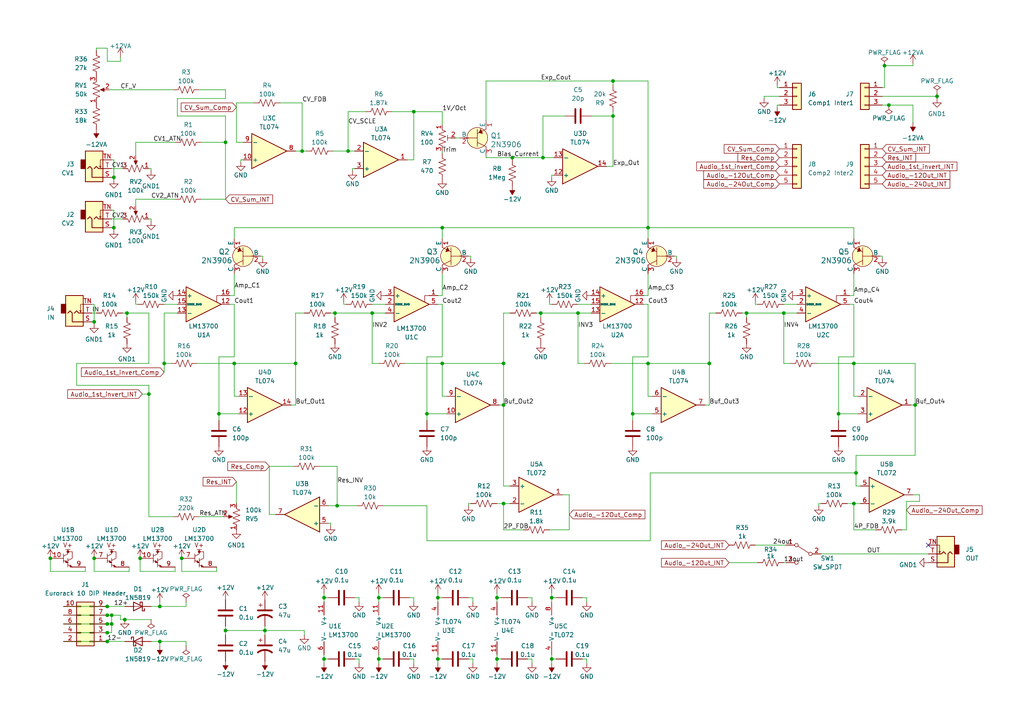
<source format=kicad_sch>
(kicad_sch (version 20230121) (generator eeschema)
  (paper "A4")
  (title_block (title "VCF") (date "2022-10-30") (rev "0.1") (company "Josh Turnipseed"))
  (junction (at 31.115 175.895))
  (junction (at 148.59 45.72))
  (junction (at 146.05 117.475))
  (junction (at 63.5 120.015))
  (junction (at 47.625 105.41))
  (junction (at 144.145 191.135))
  (junction (at 31.115 178.435))
  (junction (at 93.98 173.355))
  (junction (at 97.155 90.805))
  (junction (at 271.78 27.94))
  (junction (at 36.83 90.805))
  (junction (at 40.64 161.925))
  (junction (at 85.725 105.41))
  (junction (at 27.305 93.345))
  (junction (at 146.05 146.05))
  (junction (at 128.27 105.41))
  (junction (at 120.015 32.385))
  (junction (at 144.145 173.355))
  (junction (at 167.64 90.805))
  (junction (at 187.96 66.04))
  (junction (at 227.33 90.805))
  (junction (at 14.605 161.925))
  (junction (at 248.285 137.16))
  (junction (at 160.02 191.135))
  (junction (at 87.63 43.815))
  (junction (at 187.96 105.41))
  (junction (at 107.95 90.805))
  (junction (at 177.8 23.495))
  (junction (at 109.855 191.135))
  (junction (at 160.02 173.355))
  (junction (at 156.845 90.805))
  (junction (at 32.385 178.435))
  (junction (at 43.18 114.3))
  (junction (at 177.8 33.655))
  (junction (at 128.27 66.04))
  (junction (at 76.835 182.88))
  (junction (at 46.355 175.895))
  (junction (at 67.945 105.41))
  (junction (at 247.65 146.05))
  (junction (at 31.115 186.055))
  (junction (at 65.405 182.88))
  (junction (at 27.305 161.925))
  (junction (at 243.205 120.015))
  (junction (at 157.48 45.72))
  (junction (at 52.705 161.925))
  (junction (at 97.79 146.685))
  (junction (at 265.43 117.475))
  (junction (at 33.02 51.435))
  (junction (at 256.54 19.05))
  (junction (at 33.02 66.04))
  (junction (at 216.535 90.805))
  (junction (at 46.355 186.055))
  (junction (at 100.965 43.815))
  (junction (at 146.05 105.41))
  (junction (at 109.855 173.355))
  (junction (at 127 173.355))
  (junction (at 65.405 41.275))
  (junction (at 31.115 183.515))
  (junction (at 32.385 180.975))
  (junction (at 205.74 105.41))
  (junction (at 123.825 120.015))
  (junction (at 31.115 180.975))
  (junction (at 183.515 120.015))
  (junction (at 36.195 179.705))
  (junction (at 127 191.135))
  (junction (at 247.65 105.41))
  (junction (at 257.81 30.48))
  (junction (at 93.98 191.135))
  (no_connect (at 269.24 158.115))
  (wire (pts (xy 188.595 137.16) (xy 248.285 137.16)))
  (wire (pts (xy 62.865 165.735) (xy 62.865 164.465)))
  (wire (pts (xy 26.67 88.265) (xy 27.305 88.265)))
  (wire (pts (xy 255.905 27.94) (xy 271.78 27.94)))
  (wire (pts (xy 160.02 173.355) (xy 161.29 173.355)))
  (wire (pts (xy 160.655 45.72) (xy 157.48 45.72)))
  (wire (pts (xy 256.54 25.4) (xy 255.905 25.4)))
  (wire (pts (xy 78.105 149.225) (xy 78.105 135.255)))
  (wire (pts (xy 47.625 105.41) (xy 49.53 105.41)))
  (wire (pts (xy 76.835 181.61) (xy 76.835 182.88)))
  (wire (pts (xy 135.89 173.355) (xy 137.16 173.355)))
  (wire (pts (xy 265.43 105.41) (xy 265.43 117.475)))
  (wire (pts (xy 76.835 182.88) (xy 76.835 184.15)))
  (wire (pts (xy 155.575 90.805) (xy 156.845 90.805)))
  (wire (pts (xy 128.27 105.41) (xy 128.27 114.935)))
  (wire (pts (xy 69.85 46.355) (xy 69.85 46.99)))
  (wire (pts (xy 256.54 19.05) (xy 264.795 19.05)))
  (wire (pts (xy 127 85.725) (xy 128.27 85.725)))
  (wire (pts (xy 85.725 117.475) (xy 84.455 117.475)))
  (wire (pts (xy 137.16 173.355) (xy 137.16 174.625)))
  (wire (pts (xy 163.195 143.51) (xy 165.1 143.51)))
  (wire (pts (xy 255.905 74.295) (xy 255.27 74.295)))
  (wire (pts (xy 157.48 33.655) (xy 157.48 45.72)))
  (wire (pts (xy 73.66 29.845) (xy 68.58 29.845)))
  (wire (pts (xy 76.2 74.93) (xy 76.2 74.295)))
  (wire (pts (xy 93.98 173.355) (xy 95.25 173.355)))
  (wire (pts (xy 127 88.265) (xy 128.27 88.265)))
  (wire (pts (xy 187.96 103.505) (xy 183.515 103.505)))
  (wire (pts (xy 96.52 43.815) (xy 100.965 43.815)))
  (wire (pts (xy 183.515 120.015) (xy 183.515 121.92)))
  (wire (pts (xy 175.895 48.26) (xy 177.8 48.26)))
  (wire (pts (xy 87.63 29.845) (xy 81.28 29.845)))
  (wire (pts (xy 39.37 57.785) (xy 39.37 59.69)))
  (wire (pts (xy 120.015 191.135) (xy 120.015 192.405)))
  (wire (pts (xy 187.96 85.725) (xy 187.96 79.375)))
  (wire (pts (xy 144.145 189.865) (xy 144.145 191.135)))
  (wire (pts (xy 97.155 90.805) (xy 107.95 90.805)))
  (wire (pts (xy 43.18 114.3) (xy 43.18 111.76)))
  (wire (pts (xy 51.435 33.655) (xy 65.405 33.655)))
  (wire (pts (xy 123.825 103.505) (xy 123.825 120.015)))
  (wire (pts (xy 107.95 90.805) (xy 107.95 105.41)))
  (wire (pts (xy 107.95 90.805) (xy 111.76 90.805)))
  (wire (pts (xy 37.465 165.735) (xy 37.465 164.465)))
  (wire (pts (xy 249.555 146.05) (xy 247.65 146.05)))
  (wire (pts (xy 26.67 93.345) (xy 27.305 93.345)))
  (wire (pts (xy 264.795 143.51) (xy 266.7 143.51)))
  (wire (pts (xy 69.215 114.935) (xy 67.945 114.935)))
  (wire (pts (xy 137.16 191.135) (xy 137.16 192.405)))
  (wire (pts (xy 68.58 41.275) (xy 70.485 41.275)))
  (wire (pts (xy 31.75 26.035) (xy 50.165 26.035)))
  (wire (pts (xy 14.605 165.735) (xy 24.765 165.735)))
  (wire (pts (xy 39.37 88.265) (xy 39.37 87.63)))
  (wire (pts (xy 63.5 120.015) (xy 63.5 121.92)))
  (wire (pts (xy 78.105 135.255) (xy 85.09 135.255)))
  (wire (pts (xy 132.08 40.005) (xy 133.35 40.005)))
  (wire (pts (xy 196.215 74.295) (xy 195.58 74.295)))
  (wire (pts (xy 188.595 137.16) (xy 188.595 156.845)))
  (wire (pts (xy 31.115 186.055) (xy 36.195 186.055)))
  (wire (pts (xy 247.65 85.725) (xy 247.65 79.375)))
  (wire (pts (xy 135.89 191.135) (xy 137.16 191.135)))
  (wire (pts (xy 189.23 120.015) (xy 183.515 120.015)))
  (wire (pts (xy 24.765 165.735) (xy 24.765 164.465)))
  (wire (pts (xy 46.355 186.055) (xy 46.355 187.325)))
  (wire (pts (xy 136.525 74.93) (xy 136.525 74.295)))
  (wire (pts (xy 256.54 19.05) (xy 256.54 25.4)))
  (wire (pts (xy 127 191.135) (xy 128.27 191.135)))
  (wire (pts (xy 65.405 28.575) (xy 51.435 28.575)))
  (wire (pts (xy 187.96 105.41) (xy 187.96 114.935)))
  (wire (pts (xy 128.27 32.385) (xy 120.015 32.385)))
  (wire (pts (xy 136.525 146.05) (xy 135.89 146.05)))
  (wire (pts (xy 165.1 153.67) (xy 159.385 153.67)))
  (wire (pts (xy 187.96 105.41) (xy 205.74 105.41)))
  (wire (pts (xy 65.405 181.61) (xy 65.405 182.88)))
  (wire (pts (xy 177.8 33.655) (xy 171.45 33.655)))
  (wire (pts (xy 153.035 191.135) (xy 154.305 191.135)))
  (wire (pts (xy 120.015 32.385) (xy 113.665 32.385)))
  (wire (pts (xy 160.02 172.085) (xy 160.02 173.355)))
  (wire (pts (xy 118.11 46.355) (xy 120.015 46.355)))
  (wire (pts (xy 66.675 88.265) (xy 67.945 88.265)))
  (wire (pts (xy 128.27 85.725) (xy 128.27 79.375)))
  (wire (pts (xy 27.305 165.735) (xy 37.465 165.735)))
  (wire (pts (xy 22.225 111.76) (xy 22.225 105.41)))
  (wire (pts (xy 120.015 173.355) (xy 120.015 174.625)))
  (wire (pts (xy 88.265 184.15) (xy 88.265 182.88)))
  (wire (pts (xy 109.855 191.135) (xy 109.855 192.405)))
  (wire (pts (xy 43.815 48.895) (xy 43.815 49.53)))
  (wire (pts (xy 248.285 140.97) (xy 248.285 137.16)))
  (wire (pts (xy 227.33 163.195) (xy 227.965 163.195)))
  (wire (pts (xy 227.33 88.265) (xy 231.14 88.265)))
  (wire (pts (xy 14.605 161.925) (xy 14.605 165.735)))
  (wire (pts (xy 31.115 180.975) (xy 32.385 180.975)))
  (wire (pts (xy 135.89 146.05) (xy 135.89 146.685)))
  (wire (pts (xy 247.65 88.265) (xy 247.65 103.505)))
  (wire (pts (xy 34.925 178.435) (xy 34.925 179.705)))
  (wire (pts (xy 160.02 50.8) (xy 160.02 51.435)))
  (wire (pts (xy 102.87 191.135) (xy 104.14 191.135)))
  (wire (pts (xy 85.725 105.41) (xy 85.725 117.475)))
  (wire (pts (xy 177.165 105.41) (xy 187.96 105.41)))
  (wire (pts (xy 47.625 105.41) (xy 47.625 107.95)))
  (wire (pts (xy 144.145 173.355) (xy 144.145 174.625)))
  (wire (pts (xy 102.87 48.895) (xy 102.235 48.895)))
  (wire (pts (xy 146.05 153.67) (xy 151.765 153.67)))
  (wire (pts (xy 196.215 74.93) (xy 196.215 74.295)))
  (wire (pts (xy 146.05 140.97) (xy 146.05 117.475)))
  (wire (pts (xy 80.01 149.225) (xy 78.105 149.225)))
  (wire (pts (xy 247.65 103.505) (xy 243.205 103.505)))
  (wire (pts (xy 123.825 156.845) (xy 188.595 156.845)))
  (wire (pts (xy 88.265 182.88) (xy 76.835 182.88)))
  (wire (pts (xy 265.43 117.475) (xy 264.16 117.475)))
  (wire (pts (xy 123.825 146.685) (xy 123.825 156.845)))
  (wire (pts (xy 160.02 173.355) (xy 160.02 174.625)))
  (wire (pts (xy 57.785 26.035) (xy 65.405 26.035)))
  (wire (pts (xy 18.415 186.055) (xy 31.115 186.055)))
  (wire (pts (xy 100.33 88.265) (xy 99.695 88.265)))
  (wire (pts (xy 140.97 23.495) (xy 177.8 23.495)))
  (wire (pts (xy 262.89 145.415) (xy 262.89 153.67)))
  (wire (pts (xy 186.69 85.725) (xy 187.96 85.725)))
  (wire (pts (xy 187.96 88.265) (xy 187.96 103.505)))
  (wire (pts (xy 238.125 160.655) (xy 269.24 160.655)))
  (wire (pts (xy 156.845 90.805) (xy 156.845 92.075)))
  (wire (pts (xy 243.205 103.505) (xy 243.205 120.015)))
  (wire (pts (xy 248.92 114.935) (xy 247.65 114.935)))
  (wire (pts (xy 67.945 66.04) (xy 128.27 66.04)))
  (wire (pts (xy 248.285 132.08) (xy 265.43 132.08)))
  (wire (pts (xy 46.355 175.895) (xy 53.975 175.895)))
  (wire (pts (xy 262.89 145.415) (xy 266.7 145.415)))
  (wire (pts (xy 146.05 146.05) (xy 146.05 153.67)))
  (wire (pts (xy 93.98 191.135) (xy 93.98 192.405)))
  (wire (pts (xy 109.855 173.355) (xy 109.855 174.625)))
  (wire (pts (xy 154.305 191.135) (xy 154.305 192.405)))
  (wire (pts (xy 127 173.355) (xy 128.27 173.355)))
  (wire (pts (xy 26.67 90.805) (xy 27.94 90.805)))
  (wire (pts (xy 170.18 191.135) (xy 170.18 192.405)))
  (wire (pts (xy 167.64 90.805) (xy 167.64 105.41)))
  (wire (pts (xy 31.115 183.515) (xy 32.385 183.515)))
  (wire (pts (xy 43.18 105.41) (xy 43.18 90.805)))
  (wire (pts (xy 92.71 135.255) (xy 97.79 135.255)))
  (wire (pts (xy 100.965 43.815) (xy 102.87 43.815)))
  (wire (pts (xy 128.27 88.265) (xy 128.27 103.505)))
  (wire (pts (xy 97.79 135.255) (xy 97.79 146.685)))
  (wire (pts (xy 32.385 180.975) (xy 32.385 178.435)))
  (wire (pts (xy 157.48 45.72) (xy 148.59 45.72)))
  (wire (pts (xy 129.54 120.015) (xy 123.825 120.015)))
  (wire (pts (xy 50.8 41.275) (xy 39.37 41.275)))
  (wire (pts (xy 95.885 90.805) (xy 97.155 90.805)))
  (wire (pts (xy 118.745 173.355) (xy 120.015 173.355)))
  (wire (pts (xy 140.97 45.72) (xy 140.97 45.085)))
  (wire (pts (xy 247.65 105.41) (xy 247.65 114.935)))
  (wire (pts (xy 33.02 46.355) (xy 33.02 51.435)))
  (wire (pts (xy 87.63 43.815) (xy 88.9 43.815)))
  (wire (pts (xy 146.05 146.05) (xy 147.955 146.05)))
  (wire (pts (xy 207.645 90.805) (xy 205.74 90.805)))
  (wire (pts (xy 136.525 74.295) (xy 135.89 74.295)))
  (wire (pts (xy 261.62 153.67) (xy 262.89 153.67)))
  (wire (pts (xy 43.18 48.895) (xy 43.815 48.895)))
  (wire (pts (xy 249.555 140.97) (xy 248.285 140.97)))
  (wire (pts (xy 168.91 173.355) (xy 170.18 173.355)))
  (wire (pts (xy 99.695 88.265) (xy 99.695 87.63)))
  (wire (pts (xy 47.625 90.805) (xy 51.435 90.805)))
  (wire (pts (xy 187.96 23.495) (xy 187.96 66.04)))
  (wire (pts (xy 32.385 183.515) (xy 32.385 180.975)))
  (wire (pts (xy 160.02 191.135) (xy 160.02 192.405)))
  (wire (pts (xy 153.035 173.355) (xy 154.305 173.355)))
  (wire (pts (xy 18.415 175.895) (xy 31.115 175.895)))
  (wire (pts (xy 128.27 66.04) (xy 187.96 66.04)))
  (wire (pts (xy 97.79 146.685) (xy 103.505 146.685)))
  (wire (pts (xy 18.415 180.975) (xy 31.115 180.975)))
  (wire (pts (xy 57.15 105.41) (xy 67.945 105.41)))
  (wire (pts (xy 144.145 146.05) (xy 146.05 146.05)))
  (wire (pts (xy 32.385 48.895) (xy 35.56 48.895)))
  (wire (pts (xy 163.83 33.655) (xy 157.48 33.655)))
  (wire (pts (xy 154.305 173.355) (xy 154.305 174.625)))
  (wire (pts (xy 65.405 57.785) (xy 65.405 41.275)))
  (wire (pts (xy 27.94 13.97) (xy 27.94 14.605)))
  (wire (pts (xy 85.725 43.815) (xy 87.63 43.815)))
  (wire (pts (xy 52.705 165.735) (xy 62.865 165.735)))
  (wire (pts (xy 128.27 105.41) (xy 146.05 105.41)))
  (wire (pts (xy 215.265 90.805) (xy 216.535 90.805)))
  (wire (pts (xy 160.02 88.265) (xy 159.385 88.265)))
  (wire (pts (xy 264.795 18.415) (xy 264.795 19.05)))
  (wire (pts (xy 87.63 43.815) (xy 87.63 29.845)))
  (wire (pts (xy 148.59 45.72) (xy 148.59 46.355)))
  (wire (pts (xy 170.18 173.355) (xy 170.18 174.625)))
  (wire (pts (xy 39.37 41.275) (xy 39.37 45.085)))
  (wire (pts (xy 111.125 146.685) (xy 123.825 146.685)))
  (wire (pts (xy 248.92 120.015) (xy 243.205 120.015)))
  (wire (pts (xy 205.74 90.805) (xy 205.74 105.41)))
  (wire (pts (xy 177.8 23.495) (xy 187.96 23.495)))
  (wire (pts (xy 27.305 88.265) (xy 27.305 93.345)))
  (wire (pts (xy 67.945 66.04) (xy 67.945 69.215)))
  (wire (pts (xy 189.23 114.935) (xy 187.96 114.935)))
  (wire (pts (xy 43.18 63.5) (xy 43.815 63.5)))
  (wire (pts (xy 109.855 191.135) (xy 111.125 191.135)))
  (wire (pts (xy 160.02 191.135) (xy 161.29 191.135)))
  (wire (pts (xy 248.285 137.16) (xy 248.285 132.08)))
  (wire (pts (xy 127 173.355) (xy 127 174.625)))
  (wire (pts (xy 65.405 182.88) (xy 65.405 184.15)))
  (wire (pts (xy 31.115 178.435) (xy 32.385 178.435)))
  (wire (pts (xy 128.27 36.195) (xy 128.27 32.385)))
  (wire (pts (xy 225.425 30.48) (xy 225.425 31.115)))
  (wire (pts (xy 33.02 66.04) (xy 33.02 66.675)))
  (wire (pts (xy 186.69 88.265) (xy 187.96 88.265)))
  (wire (pts (xy 27.305 93.345) (xy 27.305 93.98)))
  (wire (pts (xy 53.975 174.625) (xy 53.975 175.895)))
  (wire (pts (xy 76.2 74.295) (xy 75.565 74.295)))
  (wire (pts (xy 227.33 90.805) (xy 227.33 105.41)))
  (wire (pts (xy 46.355 174.625) (xy 46.355 175.895)))
  (wire (pts (xy 88.265 90.805) (xy 85.725 90.805)))
  (wire (pts (xy 205.74 105.41) (xy 205.74 117.475)))
  (wire (pts (xy 127 189.865) (xy 127 191.135)))
  (wire (pts (xy 100.965 32.385) (xy 100.965 43.815)))
  (wire (pts (xy 147.955 140.97) (xy 146.05 140.97)))
  (wire (pts (xy 118.745 191.135) (xy 120.015 191.135)))
  (wire (pts (xy 65.405 182.88) (xy 76.835 182.88)))
  (wire (pts (xy 144.145 191.135) (xy 144.145 192.405)))
  (wire (pts (xy 93.98 173.355) (xy 93.98 174.625)))
  (wire (pts (xy 246.38 85.725) (xy 247.65 85.725)))
  (wire (pts (xy 43.18 111.76) (xy 22.225 111.76)))
  (wire (pts (xy 177.8 23.495) (xy 177.8 24.765)))
  (wire (pts (xy 238.125 146.05) (xy 237.49 146.05)))
  (wire (pts (xy 66.675 85.725) (xy 67.945 85.725)))
  (wire (pts (xy 123.825 120.015) (xy 123.825 121.92)))
  (wire (pts (xy 34.925 16.51) (xy 34.925 17.78)))
  (wire (pts (xy 67.945 88.265) (xy 67.945 103.505)))
  (wire (pts (xy 67.945 85.725) (xy 67.945 79.375)))
  (wire (pts (xy 52.705 161.925) (xy 52.705 165.735)))
  (wire (pts (xy 127 191.135) (xy 127 192.405)))
  (wire (pts (xy 107.95 105.41) (xy 109.855 105.41)))
  (wire (pts (xy 31.115 13.97) (xy 27.94 13.97)))
  (wire (pts (xy 36.195 179.705) (xy 43.815 179.705)))
  (wire (pts (xy 160.655 50.8) (xy 160.02 50.8)))
  (wire (pts (xy 46.355 186.055) (xy 53.975 186.055)))
  (wire (pts (xy 67.945 105.41) (xy 85.725 105.41)))
  (wire (pts (xy 146.05 117.475) (xy 144.78 117.475)))
  (wire (pts (xy 128.27 66.04) (xy 128.27 69.215)))
  (wire (pts (xy 247.65 105.41) (xy 265.43 105.41)))
  (wire (pts (xy 67.945 105.41) (xy 67.945 114.935)))
  (wire (pts (xy 117.475 105.41) (xy 128.27 105.41)))
  (wire (pts (xy 50.8 57.785) (xy 39.37 57.785)))
  (wire (pts (xy 144.145 191.135) (xy 145.415 191.135)))
  (wire (pts (xy 43.18 114.3) (xy 43.18 149.86)))
  (wire (pts (xy 57.785 149.86) (xy 64.77 149.86)))
  (wire (pts (xy 120.015 46.355) (xy 120.015 32.385)))
  (wire (pts (xy 93.98 191.135) (xy 95.25 191.135)))
  (wire (pts (xy 63.5 103.505) (xy 63.5 120.015)))
  (wire (pts (xy 246.38 88.265) (xy 247.65 88.265)))
  (wire (pts (xy 67.945 103.505) (xy 63.5 103.505)))
  (wire (pts (xy 146.05 105.41) (xy 146.05 117.475)))
  (wire (pts (xy 36.83 90.805) (xy 43.18 90.805)))
  (wire (pts (xy 102.87 173.355) (xy 104.14 173.355)))
  (wire (pts (xy 128.27 43.815) (xy 128.27 44.45)))
  (wire (pts (xy 144.145 172.085) (xy 144.145 173.355)))
  (wire (pts (xy 58.42 57.785) (xy 65.405 57.785)))
  (wire (pts (xy 43.18 114.3) (xy 41.275 114.3)))
  (wire (pts (xy 109.855 172.085) (xy 109.855 173.355)))
  (wire (pts (xy 146.05 90.805) (xy 146.05 105.41)))
  (wire (pts (xy 47.625 88.265) (xy 51.435 88.265)))
  (wire (pts (xy 247.65 66.04) (xy 247.65 69.215)))
  (wire (pts (xy 227.33 105.41) (xy 229.235 105.41)))
  (wire (pts (xy 43.18 149.86) (xy 50.165 149.86)))
  (wire (pts (xy 51.435 28.575) (xy 51.435 33.655)))
  (wire (pts (xy 58.42 41.275) (xy 65.405 41.275)))
  (wire (pts (xy 47.625 105.41) (xy 47.625 90.805)))
  (wire (pts (xy 219.71 88.265) (xy 219.075 88.265)))
  (wire (pts (xy 205.74 117.475) (xy 204.47 117.475)))
  (wire (pts (xy 43.815 175.895) (xy 46.355 175.895)))
  (wire (pts (xy 18.415 178.435) (xy 31.115 178.435)))
  (wire (pts (xy 27.305 161.925) (xy 27.305 165.735)))
  (wire (pts (xy 33.02 60.96) (xy 33.02 66.04)))
  (wire (pts (xy 32.385 46.355) (xy 33.02 46.355)))
  (wire (pts (xy 271.78 27.94) (xy 271.78 28.575)))
  (wire (pts (xy 129.54 114.935) (xy 128.27 114.935)))
  (wire (pts (xy 140.97 34.925) (xy 140.97 23.495)))
  (wire (pts (xy 216.535 90.805) (xy 227.33 90.805)))
  (wire (pts (xy 226.06 25.4) (xy 225.425 25.4)))
  (wire (pts (xy 227.33 90.805) (xy 231.14 90.805)))
  (wire (pts (xy 32.385 66.04) (xy 33.02 66.04)))
  (wire (pts (xy 221.615 27.94) (xy 221.615 28.575)))
  (wire (pts (xy 257.81 30.48) (xy 264.795 30.48)))
  (wire (pts (xy 18.415 183.515) (xy 31.115 183.515)))
  (wire (pts (xy 167.64 105.41) (xy 169.545 105.41)))
  (wire (pts (xy 156.845 90.805) (xy 167.64 90.805)))
  (wire (pts (xy 144.145 173.355) (xy 145.415 173.355)))
  (wire (pts (xy 95.885 151.765) (xy 95.885 152.4)))
  (wire (pts (xy 167.64 90.805) (xy 171.45 90.805)))
  (wire (pts (xy 97.155 90.805) (xy 97.155 92.075)))
  (wire (pts (xy 106.045 32.385) (xy 100.965 32.385)))
  (wire (pts (xy 95.25 151.765) (xy 95.885 151.765)))
  (wire (pts (xy 68.58 29.845) (xy 68.58 41.275)))
  (wire (pts (xy 107.95 88.265) (xy 111.76 88.265)))
  (wire (pts (xy 22.225 105.41) (xy 43.18 105.41)))
  (wire (pts (xy 109.855 189.865) (xy 109.855 191.135)))
  (wire (pts (xy 68.58 139.7) (xy 68.58 146.05)))
  (wire (pts (xy 40.64 161.925) (xy 40.64 165.735)))
  (wire (pts (xy 104.14 173.355) (xy 104.14 174.625)))
  (wire (pts (xy 245.745 146.05) (xy 247.65 146.05)))
  (wire (pts (xy 43.815 186.055) (xy 46.355 186.055)))
  (wire (pts (xy 247.65 146.05) (xy 247.65 153.67)))
  (wire (pts (xy 50.8 165.735) (xy 50.8 164.465)))
  (wire (pts (xy 40.005 88.265) (xy 39.37 88.265)))
  (wire (pts (xy 32.385 51.435) (xy 33.02 51.435)))
  (wire (pts (xy 93.98 189.865) (xy 93.98 191.135)))
  (wire (pts (xy 109.855 173.355) (xy 111.125 173.355)))
  (wire (pts (xy 226.06 27.94) (xy 221.615 27.94)))
  (wire (pts (xy 265.43 132.08) (xy 265.43 117.475)))
  (wire (pts (xy 216.535 90.805) (xy 216.535 92.075)))
  (wire (pts (xy 160.02 189.865) (xy 160.02 191.135)))
  (wire (pts (xy 34.925 17.78) (xy 31.115 17.78)))
  (wire (pts (xy 128.27 103.505) (xy 123.825 103.505)))
  (wire (pts (xy 264.795 35.56) (xy 264.795 30.48)))
  (wire (pts (xy 147.955 90.805) (xy 146.05 90.805)))
  (wire (pts (xy 95.25 146.685) (xy 97.79 146.685)))
  (wire (pts (xy 53.975 186.055) (xy 53.975 187.325)))
  (wire (pts (xy 43.815 63.5) (xy 43.815 64.135)))
  (wire (pts (xy 168.91 191.135) (xy 170.18 191.135)))
  (wire (pts (xy 32.385 178.435) (xy 34.925 178.435)))
  (wire (pts (xy 247.65 153.67) (xy 254 153.67)))
  (wire (pts (xy 127 172.085) (xy 127 173.355)))
  (wire (pts (xy 159.385 88.265) (xy 159.385 87.63)))
  (wire (pts (xy 225.425 25.4) (xy 225.425 24.765)))
  (wire (pts (xy 167.64 88.265) (xy 171.45 88.265)))
  (wire (pts (xy 219.075 158.115) (xy 227.965 158.115)))
  (wire (pts (xy 266.7 145.415) (xy 266.7 143.51)))
  (wire (pts (xy 85.725 90.805) (xy 85.725 105.41)))
  (wire (pts (xy 219.075 88.265) (xy 219.075 87.63)))
  (wire (pts (xy 211.455 163.195) (xy 219.71 163.195)))
  (wire (pts (xy 243.205 120.015) (xy 243.205 121.92)))
  (wire (pts (xy 187.96 66.04) (xy 187.96 69.215)))
  (wire (pts (xy 36.83 90.805) (xy 36.83 92.075)))
  (wire (pts (xy 33.02 51.435) (xy 33.02 52.07)))
  (wire (pts (xy 70.485 46.355) (xy 69.85 46.355)))
  (wire (pts (xy 31.115 17.78) (xy 31.115 13.97)))
  (wire (pts (xy 32.385 63.5) (xy 35.56 63.5)))
  (wire (pts (xy 271.78 27.305) (xy 271.78 27.94)))
  (wire (pts (xy 35.56 90.805) (xy 36.83 90.805)))
  (wire (pts (xy 34.925 179.705) (xy 36.195 179.705)))
  (wire (pts (xy 65.405 26.035) (xy 65.405 28.575)))
  (wire (pts (xy 237.49 146.05) (xy 237.49 146.685)))
  (wire (pts (xy 93.98 172.085) (xy 93.98 173.355)))
  (wire (pts (xy 148.59 45.72) (xy 140.97 45.72)))
  (wire (pts (xy 177.8 32.385) (xy 177.8 33.655)))
  (wire (pts (xy 32.385 60.96) (xy 33.02 60.96)))
  (wire (pts (xy 31.115 175.895) (xy 36.195 175.895)))
  (wire (pts (xy 236.855 105.41) (xy 247.65 105.41)))
  (wire (pts (xy 226.06 30.48) (xy 225.425 30.48)))
  (wire (pts (xy 40.64 165.735) (xy 50.8 165.735)))
  (wire (pts (xy 183.515 103.505) (xy 183.515 120.015)))
  (wire (pts (xy 69.215 120.015) (xy 63.5 120.015)))
  (wire (pts (xy 104.14 191.135) (xy 104.14 192.405)))
  (wire (pts (xy 255.905 74.93) (xy 255.905 74.295)))
  (wire (pts (xy 102.235 48.895) (xy 102.235 49.53)))
  (wire (pts (xy 65.405 33.655) (xy 65.405 41.275)))
  (wire (pts (xy 165.1 143.51) (xy 165.1 153.67)))
  (wire (pts (xy 255.905 30.48) (xy 257.81 30.48)))
  (wire (pts (xy 177.8 48.26) (xy 177.8 33.655)))
  (wire (pts (xy 187.96 66.04) (xy 247.65 66.04)))
  (label "INV2" (at 107.95 95.25 0))
  (label "12-" (at 31.115 186.055 0))
  (label "Amp_C3" (at 187.96 84.455 0))
  (label "Res_ATN" (at 57.785 149.86 0))
  (label "Exp_Cout" (at 156.845 23.495 0))
  (label "INV3" (at 167.64 95.25 0))
  (label "Res_INV" (at 97.79 140.335 0))
  (label "CV1_ATN" (at 44.45 41.275 0))
  (label "24out" (at 224.155 158.115 0))
  (label "Cout4" (at 247.65 88.265 0))
  (label "CV_FDB" (at 87.63 29.845 0))
  (label "12out" (at 227.33 163.195 0))
  (label "CV2" (at 32.385 63.5 0))
  (label "CV1" (at 32.385 48.895 0))
  (label "Amp_C2" (at 128.27 84.455 0))
  (label "Cout1" (at 67.945 88.265 0))
  (label "2P_FDB" (at 146.05 153.67 0))
  (label "Buf_Out3" (at 205.74 117.475 0))
  (label "CV2_ATN" (at 43.815 57.785 0))
  (label "Buf_Out2" (at 146.05 117.475 0))
  (label "IN" (at 26.67 90.805 0))
  (label "Buf_Out4" (at 265.43 117.475 0))
  (label "Trim" (at 128.27 44.45 0))
  (label "Amp_C1" (at 67.945 83.82 0))
  (label "Cout3" (at 187.96 88.265 0))
  (label "Bias_Current" (at 144.145 45.72 0))
  (label "Amp_C4" (at 247.65 85.09 0))
  (label "CV_SCLE" (at 100.965 36.195 0))
  (label "Buf_Out1" (at 85.725 117.475 0))
  (label "Cout2" (at 128.27 88.265 0))
  (label "Exp_Out" (at 177.8 48.26 0))
  (label "12+" (at 33.02 175.895 0))
  (label "OUT" (at 251.46 160.655 0))
  (label "1V{slash}Oct" (at 128.27 32.385 0))
  (label "4P_FDB" (at 247.65 153.67 0))
  (label "CF_V" (at 34.925 26.035 0))
  (label "INV4" (at 227.33 95.25 0))
  (global_label "Audio_-12Out_Comp" (shape input) (at 165.1 149.225 0) (property "Intersheetrefs" "${INTERSHEET_REFS}" (effects hide)))
  (global_label "Audio_1st_invert_INT" (shape input) (at 41.275 114.3 180) (property "Intersheetrefs" "${INTERSHEET_REFS}" (effects hide)))
  (global_label "Audio_-24Out_INT" (shape input) (at 211.455 158.115 180) (property "Intersheetrefs" "${INTERSHEET_REFS}" (effects hide)))
  (global_label "CV_Sum_Comp" (shape input) (at 226.06 43.18 180) (property "Intersheetrefs" "${INTERSHEET_REFS}" (effects hide)))
  (global_label "Audio_-24Out_Comp" (shape input) (at 262.89 147.955 0) (property "Intersheetrefs" "${INTERSHEET_REFS}" (effects hide)))
  (global_label "Audio_1st_invert_INT" (shape input) (at 255.905 48.26 0) (property "Intersheetrefs" "${INTERSHEET_REFS}" (effects hide)))
  (global_label "CV_Sum_Comp" (shape input) (at 68.58 31.115 180) (property "Intersheetrefs" "${INTERSHEET_REFS}" (effects hide)))
  (global_label "Audio_1st_invert_Comp" (shape input) (at 47.625 107.95 180) (property "Intersheetrefs" "${INTERSHEET_REFS}" (effects hide)))
  (global_label "Audio_-24Out_INT" (shape input) (at 255.905 53.34 0) (property "Intersheetrefs" "${INTERSHEET_REFS}" (effects hide)))
  (global_label "Res_INT" (shape input) (at 68.58 139.7 180) (property "Intersheetrefs" "${INTERSHEET_REFS}" (effects hide)))
  (global_label "CV_Sum_INT" (shape input) (at 255.905 43.18 0) (property "Intersheetrefs" "${INTERSHEET_REFS}" (effects hide)))
  (global_label "Audio_1st_invert_Comp" (shape input) (at 226.06 48.26 180) (property "Intersheetrefs" "${INTERSHEET_REFS}" (effects hide)))
  (global_label "Res_Comp" (shape input) (at 78.105 135.255 180) (property "Intersheetrefs" "${INTERSHEET_REFS}" (effects hide)))
  (global_label "Audio_-12Out_INT" (shape input) (at 255.905 50.8 0) (property "Intersheetrefs" "${INTERSHEET_REFS}" (effects hide)))
  (global_label "Audio_-12Out_INT" (shape input) (at 211.455 163.195 180) (property "Intersheetrefs" "${INTERSHEET_REFS}" (effects hide)))
  (global_label "CV_Sum_INT" (shape input) (at 65.405 57.785 0) (property "Intersheetrefs" "${INTERSHEET_REFS}" (effects hide)))
  (global_label "Res_Comp" (shape input) (at 226.06 45.72 180) (property "Intersheetrefs" "${INTERSHEET_REFS}" (effects hide)))
  (global_label "Audio_-12Out_Comp" (shape input) (at 226.06 50.8 180) (property "Intersheetrefs" "${INTERSHEET_REFS}" (effects hide)))
  (global_label "Res_INT" (shape input) (at 255.905 45.72 0) (property "Intersheetrefs" "${INTERSHEET_REFS}" (effects hide)))
  (global_label "Audio_-24Out_Comp" (shape input) (at 226.06 53.34 180) (property "Intersheetrefs" "${INTERSHEET_REFS}" (effects hide)))
  (symbol (lib_id "Connector_Generic:Conn_01x03") (at 231.14 27.94 0) (unit 1)
    (property "Reference" "J6" (at 234.315 27.305 0) (effects (justify left)))
    (property "Value" "Comp1" (at 234.315 29.845 0) (effects (justify left)))
    (property "Footprint" "Connector_PinSocket_2.54mm:PinSocket_1x03_P2.54mm_Vertical" (effects hide))
  )
  (symbol (lib_id "Device:R_US") (at 88.9 135.255 90) (unit 1)
    (property "Reference" "R31" (at 88.9 130.175 90))
    (property "Value" "100k" (at 88.9 132.715 90))
    (property "Footprint" "Resistor_THT:R_Axial_DIN0204_L3.6mm_D1.6mm_P2.54mm_Vertical" (effects hide))
  )
  (symbol (lib_id "Device:R_US") (at 173.355 105.41 90) (unit 1)
    (property "Reference" "R24" (at 173.355 100.33 90))
    (property "Value" "100k" (at 173.355 102.87 90))
    (property "Footprint" "Resistor_THT:R_Axial_DIN0204_L3.6mm_D1.6mm_P2.54mm_Vertical" (effects hide))
  )
  (symbol (lib_id "Device:R_US") (at 27.94 33.655 180) (unit 1)
    (property "Reference" "R33" (at 23.495 32.385 0))
    (property "Value" "18k" (at 23.495 34.925 0))
    (property "Footprint" "Resistor_THT:R_Axial_DIN0204_L3.6mm_D1.6mm_P5.08mm_Horizontal" (effects hide))
  )
  (symbol (lib_id "power:GND") (at 154.305 174.625 0) (unit 1)
    (property "Reference" "#PWR052" (effects hide))
    (property "Value" "GND" (at 154.305 178.435 0))
  )
  (symbol (lib_id "Connector_Audio:AudioJack2_SwitchT") (at 27.305 63.5 0) (mirror x) (unit 1)
    (property "Reference" "J2" (at 21.59 62.23 0) (effects (justify right)))
    (property "Value" "CV2" (at 21.59 64.77 0) (effects (justify right)))
    (property "Footprint" "Connector_Audio:Jack_3.5mm_QingPu_WQP-PJ398SM_Vertical_CircularHoles" (effects hide))
  )
  (symbol (lib_id "Amplifier_Operational:TL074") (at 146.685 182.245 0) (unit 5)
    (property "Reference" "U4" (at 149.225 182.88 0) (effects (justify right)))
    (property "Value" "TL074" (at 151.13 180.34 0) (effects (justify right)))
    (property "Footprint" "Package_DIP:DIP-14_W7.62mm" (effects hide))
    (property "Datasheet" "http://www.ti.com/lit/ds/symlink/tl071.pdf" (effects hide))
  )
  (symbol (lib_id "power:-12V") (at 225.425 31.115 180) (unit 1)
    (property "Reference" "#PWR071" (effects hide))
    (property "Value" "-12V" (at 225.425 34.925 0))
  )
  (symbol (lib_id "Amplifier_Operational:TL072") (at 257.175 143.51 0) (unit 2)
    (property "Reference" "U5" (at 257.175 134.62 0))
    (property "Value" "TL072" (at 257.175 137.16 0))
    (property "Footprint" "Package_DIP:DIP-8_W7.62mm" (effects hide))
    (property "Datasheet" "http://www.ti.com/lit/ds/symlink/tl071.pdf" (effects hide))
  )
  (symbol (lib_id "Device:C") (at 65.405 177.8 180) (unit 1)
    (property "Reference" "C1" (at 69.215 176.5299 0) (effects (justify right)))
    (property "Value" "0.1u" (at 69.215 179.0699 0) (effects (justify right)))
    (property "Footprint" "Capacitor_THT:C_Disc_D4.7mm_W2.5mm_P5.00mm" (effects hide))
  )
  (symbol (lib_id "Connector_Generic:Conn_02x05_Odd_Even") (at 26.035 180.975 180) (unit 1)
    (property "Reference" "J1" (at 24.765 169.545 0))
    (property "Value" "Eurorack 10 DIP Header" (at 24.765 172.085 0))
    (property "Footprint" "Custom_Footprints.pretty-master:Eurorack_10_pin_header" (effects hide))
  )
  (symbol (lib_id "power:GND") (at 136.525 74.93 0) (unit 1)
    (property "Reference" "#PWR040" (effects hide))
    (property "Value" "GND" (at 136.525 78.74 0))
  )
  (symbol (lib_id "Device:R_US") (at 156.845 95.885 180) (unit 1)
    (property "Reference" "R22" (at 152.4 94.615 0))
    (property "Value" "1k" (at 152.4 97.155 0))
    (property "Footprint" "Resistor_THT:R_Axial_DIN0204_L3.6mm_D1.6mm_P2.54mm_Vertical" (effects hide))
  )
  (symbol (lib_id "Device:C") (at 165.1 173.355 270) (unit 1)
    (property "Reference" "C14" (at 165.1 165.735 90))
    (property "Value" "0.1u" (at 165.1 168.275 90))
    (property "Footprint" "Capacitor_THT:C_Disc_D4.7mm_W2.5mm_P5.00mm" (effects hide))
  )
  (symbol (lib_id "power:PWR_FLAG") (at 256.54 19.05 0) (unit 1)
    (property "Reference" "#FLG04" (effects hide))
    (property "Value" "PWR_FLAG" (at 256.54 15.24 0))
  )
  (symbol (lib_id "power:-12V") (at 65.405 191.77 180) (unit 1)
    (property "Reference" "#PWR05" (effects hide))
    (property "Value" "-12V" (at 65.405 195.58 0))
  )
  (symbol (lib_id "power:GND") (at 196.215 74.93 0) (unit 1)
    (property "Reference" "#PWR045" (effects hide))
    (property "Value" "GND" (at 196.215 78.74 0))
  )
  (symbol (lib_id "Connector_Generic:Conn_01x05") (at 250.825 48.26 0) (mirror y) (unit 1)
    (property "Reference" "J9" (at 247.65 47.625 0) (effects (justify left)))
    (property "Value" "Inter2" (at 247.65 50.165 0) (effects (justify left)))
    (property "Footprint" "Connector_PinSocket_2.54mm:PinSocket_1x05_P2.54mm_Vertical" (effects hide))
  )
  (symbol (lib_id "Device:C") (at 167.64 33.655 270) (unit 1)
    (property "Reference" "C5" (at 167.64 26.035 90))
    (property "Value" "20p" (at 167.64 28.575 90))
    (property "Footprint" "Capacitor_THT:C_Disc_D4.7mm_W2.5mm_P5.00mm" (effects hide))
  )
  (symbol (lib_id "Device:R_US") (at 27.94 18.415 180) (unit 1)
    (property "Reference" "R36" (at 23.495 17.145 0))
    (property "Value" "27k" (at 23.495 19.685 0))
    (property "Footprint" "Resistor_THT:R_Axial_DIN0204_L3.6mm_D1.6mm_P5.08mm_Horizontal" (effects hide))
  )
  (symbol (lib_id "Switch:SW_SPDT") (at 233.045 160.655 0) (mirror y) (unit 1)
    (property "Reference" "SW1" (at 240.03 161.925 0))
    (property "Value" "SW_SPDT" (at 240.03 164.465 0))
    (property "Footprint" "Eurocad:SPDT toggle on-off-on" (effects hide))
  )
  (symbol (lib_id "Device:C_Polarized_US") (at 76.835 177.8 0) (unit 1)
    (property "Reference" "C3" (at 80.645 175.8949 0) (effects (justify left)))
    (property "Value" "47u" (at 80.645 178.4349 0) (effects (justify left)))
    (property "Footprint" "Capacitor_THT:CP_Radial_D4.0mm_P2.00mm" (effects hide))
  )
  (symbol (lib_id "Device:R_US") (at 97.155 95.885 180) (unit 1)
    (property "Reference" "R18" (at 92.71 94.615 0))
    (property "Value" "1k" (at 92.71 97.155 0))
    (property "Footprint" "Resistor_THT:R_Axial_DIN0204_L3.6mm_D1.6mm_P2.54mm_Vertical" (effects hide))
  )
  (symbol (lib_id "power:GND") (at 51.435 85.725 270) (unit 1)
    (property "Reference" "#PWR09" (effects hide))
    (property "Value" "GND" (at 47.625 85.725 0))
  )
  (symbol (lib_id "Device:R_US") (at 104.14 88.265 90) (unit 1)
    (property "Reference" "R19" (at 104.14 83.185 90))
    (property "Value" "150k" (at 104.14 85.725 90))
    (property "Footprint" "Resistor_THT:R_Axial_DIN0204_L3.6mm_D1.6mm_P2.54mm_Vertical" (effects hide))
  )
  (symbol (lib_id "Connector_Generic:Conn_01x03") (at 250.825 27.94 0) (mirror y) (unit 1)
    (property "Reference" "J7" (at 247.65 27.305 0) (effects (justify left)))
    (property "Value" "Inter1" (at 247.65 29.845 0) (effects (justify left)))
    (property "Footprint" "Connector_PinSocket_2.54mm:PinSocket_1x03_P2.54mm_Vertical" (effects hide))
  )
  (symbol (lib_id "Device:C") (at 149.225 191.135 270) (unit 1)
    (property "Reference" "C18" (at 153.035 187.325 90))
    (property "Value" "0.1u" (at 153.035 189.865 90))
    (property "Footprint" "Capacitor_THT:C_Disc_D4.7mm_W2.5mm_P5.00mm" (effects hide))
  )
  (symbol (lib_id "Device:R_US") (at 216.535 95.885 180) (unit 1)
    (property "Reference" "R26" (at 212.09 94.615 0))
    (property "Value" "1k" (at 212.09 97.155 0))
    (property "Footprint" "Resistor_THT:R_Axial_DIN0204_L3.6mm_D1.6mm_P2.54mm_Vertical" (effects hide))
  )
  (symbol (lib_id "Device:C") (at 65.405 187.96 180) (unit 1)
    (property "Reference" "C2" (at 69.215 186.6899 0) (effects (justify right)))
    (property "Value" "0.1u" (at 69.215 189.2299 0) (effects (justify right)))
    (property "Footprint" "Capacitor_THT:C_Disc_D4.7mm_W2.5mm_P5.00mm" (effects hide))
  )
  (symbol (lib_id "power:-12V") (at 144.145 192.405 180) (unit 1)
    (property "Reference" "#PWR061" (effects hide))
    (property "Value" "-12V" (at 144.145 196.215 0))
  )
  (symbol (lib_id "power:+12V") (at 109.855 172.085 0) (unit 1)
    (property "Reference" "#PWR012" (effects hide))
    (property "Value" "+12V" (at 109.855 168.529 0))
  )
  (symbol (lib_id "Device:C") (at 63.5 125.73 180) (unit 1)
    (property "Reference" "C6" (at 67.31 124.4599 0) (effects (justify right)))
    (property "Value" "100p" (at 67.31 126.9999 0) (effects (justify right)))
    (property "Footprint" "Capacitor_THT:C_Disc_D4.7mm_W2.5mm_P5.00mm" (effects hide))
  )
  (symbol (lib_id "power:+12VA") (at 34.925 16.51 0) (unit 1)
    (property "Reference" "#PWR018" (effects hide))
    (property "Value" "+12VA" (at 34.925 13.335 0))
  )
  (symbol (lib_id "Device:R_US") (at 109.855 32.385 90) (unit 1)
    (property "Reference" "R6" (at 109.855 27.305 90))
    (property "Value" "1.87k" (at 109.855 29.845 90))
    (property "Footprint" "Resistor_THT:R_Axial_DIN0204_L3.6mm_D1.6mm_P2.54mm_Vertical" (effects hide))
  )
  (symbol (lib_id "power:GND") (at 137.16 174.625 0) (unit 1)
    (property "Reference" "#PWR031" (effects hide))
    (property "Value" "GND" (at 137.16 178.435 0))
  )
  (symbol (lib_id "Device:R_US") (at 92.075 90.805 90) (unit 1)
    (property "Reference" "R17" (at 92.075 85.725 90))
    (property "Value" "100k" (at 92.075 88.265 90))
    (property "Footprint" "Resistor_THT:R_Axial_DIN0204_L3.6mm_D1.6mm_P2.54mm_Vertical" (effects hide))
  )
  (symbol (lib_id "power:GND") (at 102.235 49.53 0) (unit 1)
    (property "Reference" "#PWR020" (effects hide))
    (property "Value" "GND" (at 102.235 53.34 0))
  )
  (symbol (lib_id "Device:R_Potentiometer_US") (at 27.94 26.035 0) (mirror x) (unit 1)
    (property "Reference" "RV1" (at 25.4 24.7649 0) (effects (justify right)))
    (property "Value" "50k" (at 25.4 27.3049 0) (effects (justify right)))
    (property "Footprint" "Custom_Footprints.pretty-master:Alpha_9mm_Potentiometer_Aligned" (effects hide))
  )
  (symbol (lib_id "Device:R_US") (at 155.575 153.67 90) (unit 1)
    (property "Reference" "R11" (at 155.575 148.59 90))
    (property "Value" "1.8k" (at 155.575 151.13 90))
    (property "Footprint" "Resistor_THT:R_Axial_DIN0204_L3.6mm_D1.6mm_P2.54mm_Vertical" (effects hide))
  )
  (symbol (lib_id "Device:R_US") (at 151.765 90.805 90) (unit 1)
    (property "Reference" "R21" (at 151.765 85.725 90))
    (property "Value" "100k" (at 151.765 88.265 90))
    (property "Footprint" "Resistor_THT:R_Axial_DIN0204_L3.6mm_D1.6mm_P2.54mm_Vertical" (effects hide))
  )
  (symbol (lib_id "power:-12V") (at 160.02 192.405 180) (unit 1)
    (property "Reference" "#PWR063" (effects hide))
    (property "Value" "-12V" (at 160.02 196.215 0))
  )
  (symbol (lib_id "Device:R_US") (at 223.52 163.195 90) (unit 1)
    (property "Reference" "R34" (at 223.52 159.385 90))
    (property "Value" "1k" (at 223.52 161.29 90))
    (property "Footprint" "Resistor_THT:R_Axial_DIN0204_L3.6mm_D1.6mm_P5.08mm_Horizontal" (effects hide))
  )
  (symbol (lib_id "dk_Transistors-Bipolar-BJT-Single:2N3906") (at 190.5 74.295 0) (mirror y) (unit 1)
    (property "Reference" "Q4" (at 186.69 73.025 0) (effects (font (size 1.524 1.524)) (justify left)))
    (property "Value" "2N3906" (at 182.88 75.565 0) (effects (font (size 1.524 1.524))))
    (property "Footprint" "Package_TO_SOT_THT:TO-92L_Inline_Wide" (effects hide))
    (property "Datasheet" "https://my.centralsemi.com/get_document.php?cmp=1&mergetype=pd&mergepath=pd&pdf_id=LSSGP072.PDF" (effects hide))
    (property "Digi-Key_PN" "2N3906CS-ND" (effects hide))
    (property "MPN" "2N3906" (effects hide))
    (property "Category" "Discrete Semiconductor Products" (effects hide))
    (property "Family" "Transistors - Bipolar (BJT) - Single" (effects hide))
    (property "DK_Datasheet_Link" "https://my.centralsemi.com/get_document.php?cmp=1&mergetype=pd&mergepath=pd&pdf_id=LSSGP072.PDF" (effects hide))
    (property "DK_Detail_Page" "/product-detail/en/central-semiconductor-corp/2N3906/2N3906CS-ND/4806878" (effects hide))
    (property "Description" "TRANS PNP 40V TO-92" (effects hide))
    (property "Manufacturer" "Central Semiconductor Corp" (effects hide))
    (property "Status" "Active" (effects hide))
  )
  (symbol (lib_id "power:GND") (at 88.265 184.15 0) (unit 1)
    (property "Reference" "#PWR08" (effects hide))
    (property "Value" "GND" (at 88.265 187.96 0))
  )
  (symbol (lib_id "Device:R_US") (at 211.455 90.805 90) (unit 1)
    (property "Reference" "R25" (at 211.455 85.725 90))
    (property "Value" "100k" (at 211.455 88.265 90))
    (property "Footprint" "Resistor_THT:R_Axial_DIN0204_L3.6mm_D1.6mm_P2.54mm_Vertical" (effects hide))
  )
  (symbol (lib_id "power:-12V") (at 46.355 187.325 180) (unit 1)
    (property "Reference" "#PWR03" (effects hide))
    (property "Value" "-12V" (at 46.355 191.135 0))
  )
  (symbol (lib_id "dk_Transistors-Bipolar-BJT-Single:2N3906") (at 138.43 40.005 0) (unit 1)
    (property "Reference" "Q1" (at 142.24 39.37 0) (effects (font (size 1.524 1.524)) (justify left)))
    (property "Value" "2N3906" (at 142.24 41.91 0) (effects (font (size 1.524 1.524)) (justify left)))
    (property "Footprint" "Package_TO_SOT_THT:TO-92L_Inline_Wide" (effects hide))
    (property "Datasheet" "https://my.centralsemi.com/get_document.php?cmp=1&mergetype=pd&mergepath=pd&pdf_id=LSSGP072.PDF" (effects hide))
    (property "Digi-Key_PN" "2N3906CS-ND" (effects hide))
    (property "MPN" "2N3906" (effects hide))
    (property "Category" "Discrete Semiconductor Products" (effects hide))
    (property "Family" "Transistors - Bipolar (BJT) - Single" (effects hide))
    (property "DK_Datasheet_Link" "https://my.centralsemi.com/get_document.php?cmp=1&mergetype=pd&mergepath=pd&pdf_id=LSSGP072.PDF" (effects hide))
    (property "DK_Detail_Page" "/product-detail/en/central-semiconductor-corp/2N3906/2N3906CS-ND/4806878" (effects hide))
    (property "Description" "TRANS PNP 40V TO-92" (effects hide))
    (property "Manufacturer" "Central Semiconductor Corp" (effects hide))
    (property "Status" "Active" (effects hide))
  )
  (symbol (lib_id "Device:R_US") (at 54.61 41.275 90) (unit 1)
    (property "Reference" "R1" (at 54.61 36.195 90))
    (property "Value" "100k" (at 54.61 38.735 90))
    (property "Footprint" "Resistor_THT:R_Axial_DIN0204_L3.6mm_D1.6mm_P5.08mm_Horizontal" (effects hide))
  )
  (symbol (lib_id "power:+12V") (at 93.98 172.085 0) (unit 1)
    (property "Reference" "#PWR010" (effects hide))
    (property "Value" "+12V" (at 93.98 168.529 0))
  )
  (symbol (lib_id "power:PWR_FLAG") (at 53.975 174.625 0) (unit 1)
    (property "Reference" "#FLG02" (effects hide))
    (property "Value" "PWR_FLAG" (at 53.975 170.815 0))
  )
  (symbol (lib_id "power:GND") (at 120.015 192.405 0) (unit 1)
    (property "Reference" "#PWR058" (effects hide))
    (property "Value" "GND" (at 120.015 196.215 0))
  )
  (symbol (lib_id "Device:R_Potentiometer_Trim_US") (at 128.27 40.005 0) (unit 1)
    (property "Reference" "RV4" (at 125.73 38.7349 0) (effects (justify right)))
    (property "Value" "100" (at 125.73 41.2749 0) (effects (justify right)))
    (property "Footprint" "Potentiometer_THT:Potentiometer_Bourns_3296Y_Vertical" (effects hide))
  )
  (symbol (lib_id "Device:R_US") (at 163.83 88.265 90) (unit 1)
    (property "Reference" "R23" (at 163.83 83.185 90))
    (property "Value" "150k" (at 163.83 85.725 90))
    (property "Footprint" "Resistor_THT:R_Axial_DIN0204_L3.6mm_D1.6mm_P2.54mm_Vertical" (effects hide))
  )
  (symbol (lib_id "Device:R_Potentiometer_US") (at 39.37 48.895 270) (mirror x) (unit 1)
    (property "Reference" "RV2" (at 39.37 52.705 90))
    (property "Value" "100k" (at 39.37 55.245 90))
    (property "Footprint" "Custom_Footprints.pretty-master:Alpha_9mm_Potentiometer_Aligned" (effects hide))
  )
  (symbol (lib_id "Device:R_US") (at 215.265 158.115 90) (unit 1)
    (property "Reference" "R35" (at 215.265 153.035 90))
    (property "Value" "1k" (at 215.265 155.575 90))
    (property "Footprint" "Resistor_THT:R_Axial_DIN0204_L3.6mm_D1.6mm_P5.08mm_Horizontal" (effects hide))
  )
  (symbol (lib_id "power:+12V") (at 225.425 24.765 0) (unit 1)
    (property "Reference" "#PWR070" (effects hide))
    (property "Value" "+12V" (at 225.425 21.209 0))
  )
  (symbol (lib_id "Amplifier_Operational:TL074") (at 78.105 43.815 0) (mirror x) (unit 3)
    (property "Reference" "U3" (at 78.105 34.29 0))
    (property "Value" "TL074" (at 78.105 36.83 0))
    (property "Footprint" "Package_DIP:DIP-14_W7.62mm" (effects hide))
    (property "Datasheet" "http://www.ti.com/lit/ds/symlink/tl071.pdf" (effects hide))
  )
  (symbol (lib_id "Device:R_US") (at 92.71 43.815 90) (unit 1)
    (property "Reference" "R5" (at 92.71 38.735 90))
    (property "Value" "100k" (at 92.71 41.275 90))
    (property "Footprint" "Resistor_THT:R_Axial_DIN0204_L3.6mm_D1.6mm_P2.54mm_Vertical" (effects hide))
  )
  (symbol (lib_id "Device:R_US") (at 107.315 146.685 90) (unit 1)
    (property "Reference" "R30" (at 107.315 141.605 90))
    (property "Value" "10k" (at 107.315 144.145 90))
    (property "Footprint" "Resistor_THT:R_Axial_DIN0204_L3.6mm_D1.6mm_P2.54mm_Vertical" (effects hide))
  )
  (symbol (lib_id "power:-12V") (at 127 192.405 180) (unit 1)
    (property "Reference" "#PWR059" (effects hide))
    (property "Value" "-12V" (at 127 196.215 0))
  )
  (symbol (lib_id "power:GND") (at 63.5 129.54 0) (unit 1)
    (property "Reference" "#PWR035" (effects hide))
    (property "Value" "GND" (at 63.5 133.35 0))
  )
  (symbol (lib_id "Device:R_US") (at 53.975 149.86 90) (unit 1)
    (property "Reference" "R32" (at 53.975 144.78 90))
    (property "Value" "220k" (at 53.975 147.32 90))
    (property "Footprint" "Resistor_THT:R_Axial_DIN0204_L3.6mm_D1.6mm_P5.08mm_Horizontal" (effects hide))
  )
  (symbol (lib_id "Device:R_Potentiometer_US") (at 68.58 149.86 180) (unit 1)
    (property "Reference" "RV5" (at 71.12 150.495 0) (effects (justify right)))
    (property "Value" "100k" (at 71.12 147.955 0) (effects (justify right)))
    (property "Footprint" "Custom_Footprints.pretty-master:Alpha_9mm_Potentiometer_Aligned" (effects hide))
  )
  (symbol (lib_id "power:PWR_FLAG") (at 271.78 27.305 0) (unit 1)
    (property "Reference" "#FLG05" (effects hide))
    (property "Value" "PWR_FLAG" (at 271.78 23.495 0))
  )
  (symbol (lib_id "Connector_Audio:AudioJack2_SwitchT") (at 21.59 90.805 0) (mirror x) (unit 1)
    (property "Reference" "J4" (at 15.875 89.535 0) (effects (justify right)))
    (property "Value" "IN" (at 15.875 92.075 0) (effects (justify right)))
    (property "Footprint" "Connector_Audio:Jack_3.5mm_QingPu_WQP-PJ398SM_Vertical_CircularHoles" (effects hide))
  )
  (symbol (lib_id "Device:C") (at 183.515 125.73 180) (unit 1)
    (property "Reference" "C8" (at 187.325 124.4599 0) (effects (justify right)))
    (property "Value" "100p" (at 187.325 126.9999 0) (effects (justify right)))
    (property "Footprint" "Capacitor_THT:C_Disc_D4.7mm_W2.5mm_P5.00mm" (effects hide))
  )
  (symbol (lib_id "power:+12V") (at 127 172.085 0) (unit 1)
    (property "Reference" "#PWR030" (effects hide))
    (property "Value" "+12V" (at 127 168.529 0))
  )
  (symbol (lib_id "power:GND") (at 183.515 129.54 0) (unit 1)
    (property "Reference" "#PWR044" (effects hide))
    (property "Value" "GND" (at 183.515 133.35 0))
  )
  (symbol (lib_id "Diode:1N5819") (at 40.005 175.895 180) (unit 1)
    (property "Reference" "D1" (at 40.005 170.815 0))
    (property "Value" "1N5819" (at 40.005 173.355 0))
    (property "Footprint" "Diode_THT:D_DO-41_SOD81_P3.81mm_Vertical_KathodeUp" (effects hide))
    (property "Datasheet" "http://www.vishay.com/docs/88525/1n5817.pdf" (effects hide))
  )
  (symbol (lib_id "Amplifier_Operational:TL072") (at 155.575 143.51 0) (unit 1)
    (property "Reference" "U5" (at 155.575 134.62 0))
    (property "Value" "TL072" (at 155.575 137.16 0))
    (property "Footprint" "Package_DIP:DIP-8_W7.62mm" (effects hide))
    (property "Datasheet" "http://www.ti.com/lit/ds/symlink/tl071.pdf" (effects hide))
  )
  (symbol (lib_id "power:+12V") (at 99.695 87.63 0) (unit 1)
    (property "Reference" "#PWR037" (effects hide))
    (property "Value" "+12V" (at 99.695 84.074 0))
  )
  (symbol (lib_id "power:GND") (at 171.45 85.725 270) (unit 1)
    (property "Reference" "#PWR043" (effects hide))
    (property "Value" "GND" (at 167.64 85.725 0))
  )
  (symbol (lib_id "Device:R_US") (at 140.335 146.05 90) (unit 1)
    (property "Reference" "R12" (at 140.335 140.97 90))
    (property "Value" "100k" (at 140.335 143.51 90))
    (property "Footprint" "Resistor_THT:R_Axial_DIN0204_L3.6mm_D1.6mm_P2.54mm_Vertical" (effects hide))
  )
  (symbol (lib_id "power:+12VA") (at 264.795 18.415 0) (unit 1)
    (property "Reference" "#PWR073" (effects hide))
    (property "Value" "+12VA" (at 264.795 15.24 0))
  )
  (symbol (lib_id "power:+12V") (at 160.02 172.085 0) (unit 1)
    (property "Reference" "#PWR053" (effects hide))
    (property "Value" "+12V" (at 160.02 168.529 0))
  )
  (symbol (lib_id "Device:R_US") (at 43.815 88.265 90) (unit 1)
    (property "Reference" "R10" (at 43.815 83.185 90))
    (property "Value" "150k" (at 43.815 85.725 90))
    (property "Footprint" "Resistor_THT:R_Axial_DIN0204_L3.6mm_D1.6mm_P2.54mm_Vertical" (effects hide))
  )
  (symbol (lib_id "power:GND") (at 170.18 192.405 0) (unit 1)
    (property "Reference" "#PWR064" (effects hide))
    (property "Value" "GND" (at 170.18 196.215 0))
  )
  (symbol (lib_id "power:GND") (at 111.76 85.725 270) (unit 1)
    (property "Reference" "#PWR038" (effects hide))
    (property "Value" "GND" (at 107.95 85.725 0))
  )
  (symbol (lib_id "Device:C") (at 99.06 173.355 270) (unit 1)
    (property "Reference" "C10" (at 99.06 165.735 90))
    (property "Value" "0.1u" (at 99.06 168.275 90))
    (property "Footprint" "Capacitor_THT:C_Disc_D4.7mm_W2.5mm_P5.00mm" (effects hide))
  )
  (symbol (lib_id "Amplifier_Operational:LM13700") (at 59.055 88.265 0) (mirror x) (unit 1)
    (property "Reference" "U1" (at 59.055 97.155 0))
    (property "Value" "LM13700" (at 59.055 94.615 0))
    (property "Footprint" "Package_DIP:DIP-16_W7.62mm" (effects hide))
    (property "Datasheet" "http://www.ti.com/lit/ds/symlink/lm13700.pdf" (effects hide))
  )
  (symbol (lib_id "power:+12V") (at 27.305 161.925 0) (unit 1)
    (property "Reference" "#PWR026" (effects hide))
    (property "Value" "+12V" (at 27.305 158.369 0))
  )
  (symbol (lib_id "power:+12V") (at 14.605 161.925 0) (unit 1)
    (property "Reference" "#PWR027" (effects hide))
    (property "Value" "+12V" (at 14.605 158.369 0))
  )
  (symbol (lib_id "power:-12V") (at 148.59 53.975 180) (unit 1)
    (property "Reference" "#PWR023" (effects hide))
    (property "Value" "-12V" (at 148.59 57.785 0))
  )
  (symbol (lib_id "Amplifier_Operational:TL074") (at 76.835 117.475 0) (mirror x) (unit 4)
    (property "Reference" "U4" (at 76.835 107.95 0))
    (property "Value" "TL074" (at 76.835 110.49 0))
    (property "Footprint" "Package_DIP:DIP-14_W7.62mm" (effects hide))
    (property "Datasheet" "http://www.ti.com/lit/ds/symlink/tl071.pdf" (effects hide))
  )
  (symbol (lib_id "power:+12V") (at 219.075 87.63 0) (unit 1)
    (property "Reference" "#PWR047" (effects hide))
    (property "Value" "+12V" (at 219.075 84.074 0))
  )
  (symbol (lib_id "Device:C") (at 132.08 173.355 270) (unit 1)
    (property "Reference" "C12" (at 132.08 165.735 90))
    (property "Value" "0.1u" (at 132.08 168.275 90))
    (property "Footprint" "Capacitor_THT:C_Disc_D4.7mm_W2.5mm_P5.00mm" (effects hide))
  )
  (symbol (lib_id "Device:C") (at 165.1 191.135 270) (unit 1)
    (property "Reference" "C19" (at 168.91 187.325 90))
    (property "Value" "0.1u" (at 168.91 189.865 90))
    (property "Footprint" "Capacitor_THT:C_Disc_D4.7mm_W2.5mm_P5.00mm" (effects hide))
  )
  (symbol (lib_id "power:+12V") (at 144.145 172.085 0) (unit 1)
    (property "Reference" "#PWR051" (effects hide))
    (property "Value" "+12V" (at 144.145 168.529 0))
  )
  (symbol (lib_id "power:GND") (at 137.16 192.405 0) (unit 1)
    (property "Reference" "#PWR060" (effects hide))
    (property "Value" "GND" (at 137.16 196.215 0))
  )
  (symbol (lib_id "power:GND") (at 95.885 152.4 0) (unit 1)
    (property "Reference" "#PWR068" (effects hide))
    (property "Value" "GND" (at 95.885 156.21 0))
  )
  (symbol (lib_id "power:+12V") (at 46.355 174.625 0) (unit 1)
    (property "Reference" "#PWR02" (effects hide))
    (property "Value" "+12V" (at 46.355 171.069 0))
  )
  (symbol (lib_id "Device:C") (at 243.205 125.73 180) (unit 1)
    (property "Reference" "C9" (at 247.015 124.4599 0) (effects (justify right)))
    (property "Value" "100p" (at 247.015 126.9999 0) (effects (justify right)))
    (property "Footprint" "Capacitor_THT:C_Disc_D4.7mm_W2.5mm_P5.00mm" (effects hide))
  )
  (symbol (lib_id "power:+12V") (at 40.64 161.925 0) (unit 1)
    (property "Reference" "#PWR025" (effects hide))
    (property "Value" "+12V" (at 40.64 158.369 0))
  )
  (symbol (lib_id "Device:R_US") (at 233.045 105.41 90) (unit 1)
    (property "Reference" "R28" (at 233.045 100.33 90))
    (property "Value" "100k" (at 233.045 102.87 90))
    (property "Footprint" "Resistor_THT:R_Axial_DIN0204_L3.6mm_D1.6mm_P2.54mm_Vertical" (effects hide))
  )
  (symbol (lib_id "dk_Transistors-Bipolar-BJT-Single:2N3906") (at 250.19 74.295 0) (mirror y) (unit 1)
    (property "Reference" "Q5" (at 246.38 73.025 0) (effects (font (size 1.524 1.524)) (justify left)))
    (property "Value" "2N3906" (at 242.57 75.565 0) (effects (font (size 1.524 1.524))))
    (property "Footprint" "Package_TO_SOT_THT:TO-92L_Inline_Wide" (effects hide))
    (property "Datasheet" "https://my.centralsemi.com/get_document.php?cmp=1&mergetype=pd&mergepath=pd&pdf_id=LSSGP072.PDF" (effects hide))
    (property "Digi-Key_PN" "2N3906CS-ND" (effects hide))
    (property "MPN" "2N3906" (effects hide))
    (property "Category" "Discrete Semiconductor Products" (effects hide))
    (property "Family" "Transistors - Bipolar (BJT) - Single" (effects hide))
    (property "DK_Datasheet_Link" "https://my.centralsemi.com/get_document.php?cmp=1&mergetype=pd&mergepath=pd&pdf_id=LSSGP072.PDF" (effects hide))
    (property "DK_Detail_Page" "/product-detail/en/central-semiconductor-corp/2N3906/2N3906CS-ND/4806878" (effects hide))
    (property "Description" "TRANS PNP 40V TO-92" (effects hide))
    (property "Manufacturer" "Central Semiconductor Corp" (effects hide))
    (property "Status" "Active" (effects hide))
  )
  (symbol (lib_id "power:GND") (at 170.18 174.625 0) (unit 1)
    (property "Reference" "#PWR054" (effects hide))
    (property "Value" "GND" (at 170.18 178.435 0))
  )
  (symbol (lib_id "Device:C") (at 114.935 173.355 270) (unit 1)
    (property "Reference" "C11" (at 114.935 165.735 90))
    (property "Value" "0.1u" (at 114.935 168.275 90))
    (property "Footprint" "Capacitor_THT:C_Disc_D4.7mm_W2.5mm_P5.00mm" (effects hide))
  )
  (symbol (lib_id "Device:R_US") (at 128.27 48.26 180) (unit 1)
    (property "Reference" "R7" (at 123.825 46.99 0))
    (property "Value" "470" (at 123.825 49.53 0))
    (property "Footprint" "Resistor_THT:R_Axial_DIN0204_L3.6mm_D1.6mm_P2.54mm_Vertical" (effects hide))
  )
  (symbol (lib_id "Amplifier_Operational:LM13700") (at 60.325 161.925 0) (unit 4)
    (property "Reference" "U2" (at 57.785 153.67 0))
    (property "Value" "LM13700" (at 57.785 156.21 0))
    (property "Footprint" "Package_DIP:DIP-16_W7.62mm" (effects hide))
    (property "Datasheet" "http://www.ti.com/lit/ds/symlink/lm13700.pdf" (effects hide))
  )
  (symbol (lib_id "Amplifier_Operational:LM13700") (at 48.26 161.925 0) (unit 2)
    (property "Reference" "U2" (at 45.72 153.67 0))
    (property "Value" "LM13700" (at 45.72 156.21 0))
    (property "Footprint" "Package_DIP:DIP-16_W7.62mm" (effects hide))
    (property "Datasheet" "http://www.ti.com/lit/ds/symlink/lm13700.pdf" (effects hide))
  )
  (symbol (lib_id "power:GND1") (at 68.58 153.67 0) (unit 1)
    (property "Reference" "#PWR069" (effects hide))
    (property "Value" "GND1" (at 68.58 158.115 0))
  )
  (symbol (lib_id "power:GND1") (at 43.815 49.53 0) (unit 1)
    (property "Reference" "#PWR017" (effects hide))
    (property "Value" "GND1" (at 43.815 53.975 0))
  )
  (symbol (lib_id "power:GND") (at 104.14 192.405 0) (unit 1)
    (property "Reference" "#PWR056" (effects hide))
    (property "Value" "GND" (at 104.14 196.215 0))
  )
  (symbol (lib_id "Device:C_Polarized_US") (at 76.835 187.96 0) (unit 1)
    (property "Reference" "C4" (at 80.645 186.0549 0) (effects (justify left)))
    (property "Value" "47u" (at 80.645 188.5949 0) (effects (justify left)))
    (property "Footprint" "Capacitor_THT:CP_Radial_D4.0mm_P2.00mm" (effects hide))
  )
  (symbol (lib_id "Device:R_US") (at 77.47 29.845 90) (unit 1)
    (property "Reference" "R4" (at 77.47 24.765 90))
    (property "Value" "100k" (at 77.47 27.305 90))
    (property "Footprint" "Resistor_THT:R_Axial_DIN0204_L3.6mm_D1.6mm_P2.54mm_Vertical" (effects hide))
  )
  (symbol (lib_id "power:GND") (at 104.14 174.625 0) (unit 1)
    (property "Reference" "#PWR011" (effects hide))
    (property "Value" "GND" (at 104.14 178.435 0))
  )
  (symbol (lib_id "Amplifier_Operational:TL074") (at 256.54 117.475 0) (mirror x) (unit 1)
    (property "Reference" "U4" (at 256.54 107.95 0))
    (property "Value" "TL074" (at 256.54 110.49 0))
    (property "Footprint" "Package_DIP:DIP-14_W7.62mm" (effects hide))
    (property "Datasheet" "http://www.ti.com/lit/ds/symlink/tl071.pdf" (effects hide))
  )
  (symbol (lib_id "power:GND") (at 243.205 129.54 0) (unit 1)
    (property "Reference" "#PWR049" (effects hide))
    (property "Value" "GND" (at 243.205 133.35 0))
  )
  (symbol (lib_id "Device:R_US") (at 53.34 105.41 90) (unit 1)
    (property "Reference" "R16" (at 53.34 100.33 90))
    (property "Value" "100k" (at 53.34 102.87 90))
    (property "Footprint" "Resistor_THT:R_Axial_DIN0204_L3.6mm_D1.6mm_P2.54mm_Vertical" (effects hide))
  )
  (symbol (lib_id "power:GND") (at 221.615 28.575 0) (unit 1)
    (property "Reference" "#PWR072" (effects hide))
    (property "Value" "GND" (at 221.615 32.385 0))
  )
  (symbol (lib_id "power:GND1") (at 43.815 64.135 0) (unit 1)
    (property "Reference" "#PWR016" (effects hide))
    (property "Value" "GND1" (at 43.815 68.58 0))
  )
  (symbol (lib_id "power:GND") (at 135.89 146.685 0) (unit 1)
    (property "Reference" "#PWR065" (effects hide))
    (property "Value" "GND" (at 135.89 150.495 0))
  )
  (symbol (lib_id "power:GND") (at 36.195 179.705 0) (unit 1)
    (property "Reference" "#PWR01" (effects hide))
    (property "Value" "GND" (at 36.195 183.515 0))
  )
  (symbol (lib_id "power:+12V") (at 76.835 173.99 0) (unit 1)
    (property "Reference" "#PWR06" (effects hide))
    (property "Value" "+12V" (at 76.835 170.434 0))
  )
  (symbol (lib_id "Amplifier_Operational:TL074") (at 168.275 48.26 0) (mirror x) (unit 4)
    (property "Reference" "U3" (at 168.275 38.735 0))
    (property "Value" "TL074" (at 168.275 41.275 0))
    (property "Footprint" "Package_DIP:DIP-14_W7.62mm" (effects hide))
    (property "Datasheet" "http://www.ti.com/lit/ds/symlink/tl071.pdf" (effects hide))
  )
  (symbol (lib_id "Amplifier_Operational:TL074") (at 137.16 117.475 0) (mirror x) (unit 3)
    (property "Reference" "U4" (at 137.16 108.585 0))
    (property "Value" "TL074" (at 137.16 111.125 0))
    (property "Footprint" "Package_DIP:DIP-14_W7.62mm" (effects hide))
    (property "Datasheet" "http://www.ti.com/lit/ds/symlink/tl071.pdf" (effects hide))
  )
  (symbol (lib_id "power:GND") (at 156.845 99.695 0) (unit 1)
    (property "Reference" "#PWR041" (effects hide))
    (property "Value" "GND" (at 156.845 103.505 0))
  )
  (symbol (lib_id "Amplifier_Operational:LM13700") (at 112.395 182.245 0) (unit 5)
    (property "Reference" "U2" (at 110.49 181.61 0) (effects (justify left)))
    (property "Value" "LM13700" (at 110.49 184.15 0) (effects (justify left)))
    (property "Footprint" "Package_DIP:DIP-16_W7.62mm" (effects hide))
    (property "Datasheet" "http://www.ti.com/lit/ds/symlink/lm13700.pdf" (effects hide))
  )
  (symbol (lib_id "dk_Transistors-Bipolar-BJT-Single:2N3906") (at 130.81 74.295 0) (mirror y) (unit 1)
    (property "Reference" "Q3" (at 127 73.025 0) (effects (font (size 1.524 1.524)) (justify left)))
    (property "Value" "2N3906" (at 123.19 75.565 0) (effects (font (size 1.524 1.524))))
    (property "Footprint" "Package_TO_SOT_THT:TO-92L_Inline_Wide" (effects hide))
    (property "Datasheet" "https://my.centralsemi.com/get_document.php?cmp=1&mergetype=pd&mergepath=pd&pdf_id=LSSGP072.PDF" (effects hide))
    (property "Digi-Key_PN" "2N3906CS-ND" (effects hide))
    (property "MPN" "2N3906" (effects hide))
    (property "Category" "Discrete Semiconductor Products" (effects hide))
    (property "Family" "Transistors - Bipolar (BJT) - Single" (effects hide))
    (property "DK_Datasheet_Link" "https://my.centralsemi.com/get_document.php?cmp=1&mergetype=pd&mergepath=pd&pdf_id=LSSGP072.PDF" (effects hide))
    (property "DK_Detail_Page" "/product-detail/en/central-semiconductor-corp/2N3906/2N3906CS-ND/4806878" (effects hide))
    (property "Description" "TRANS PNP 40V TO-92" (effects hide))
    (property "Manufacturer" "Central Semiconductor Corp" (effects hide))
    (property "Status" "Active" (effects hide))
  )
  (symbol (lib_id "power:GND") (at 123.825 129.54 0) (unit 1)
    (property "Reference" "#PWR039" (effects hide))
    (property "Value" "GND" (at 123.825 133.35 0))
  )
  (symbol (lib_id "power:-12V") (at 93.98 192.405 180) (unit 1)
    (property "Reference" "#PWR055" (effects hide))
    (property "Value" "-12V" (at 93.98 196.215 0))
  )
  (symbol (lib_id "Connector_Audio:AudioJack2_SwitchT") (at 274.32 160.655 180) (unit 1)
    (property "Reference" "J5" (at 280.035 159.385 0) (effects (justify right)))
    (property "Value" "OUT" (at 280.035 161.925 0) (effects (justify right)))
    (property "Footprint" "Connector_Audio:Jack_3.5mm_QingPu_WQP-PJ398SM_Vertical_CircularHoles" (effects hide))
  )
  (symbol (lib_id "Device:R_US") (at 113.665 105.41 90) (unit 1)
    (property "Reference" "R20" (at 113.665 100.33 90))
    (property "Value" "100k" (at 113.665 102.87 90))
    (property "Footprint" "Resistor_THT:R_Axial_DIN0204_L3.6mm_D1.6mm_P2.54mm_Vertical" (effects hide))
  )
  (symbol (lib_id "power:+12V") (at 52.705 161.925 0) (unit 1)
    (property "Reference" "#PWR024" (effects hide))
    (property "Value" "+12V" (at 52.705 158.369 0))
  )
  (symbol (lib_id "power:GND1") (at 269.24 163.195 270) (unit 1)
    (property "Reference" "#PWR067" (effects hide))
    (property "Value" "GND1" (at 266.065 163.83 90) (effects (justify right)))
  )
  (symbol (lib_id "Amplifier_Operational:LM13700") (at 179.07 88.265 0) (mirror x) (unit 1)
    (property "Reference" "U2" (at 179.07 97.155 0))
    (property "Value" "LM13700" (at 179.07 94.615 0))
    (property "Footprint" "Package_DIP:DIP-16_W7.62mm" (effects hide))
    (property "Datasheet" "http://www.ti.com/lit/ds/symlink/lm13700.pdf" (effects hide))
  )
  (symbol (lib_id "Device:R_US") (at 257.81 153.67 90) (unit 1)
    (property "Reference" "R29" (at 257.81 148.59 90))
    (property "Value" "3.9k" (at 257.81 151.13 90))
    (property "Footprint" "Resistor_THT:R_Axial_DIN0204_L3.6mm_D1.6mm_P2.54mm_Vertical" (effects hide))
  )
  (symbol (lib_id "Amplifier_Operational:TL074") (at 110.49 46.355 0) (mirror x) (unit 1)
    (property "Reference" "U3" (at 110.49 37.465 0))
    (property "Value" "TL074" (at 110.49 40.005 0))
    (property "Footprint" "Package_DIP:DIP-14_W7.62mm" (effects hide))
    (property "Datasheet" "http://www.ti.com/lit/ds/symlink/tl071.pdf" (effects hide))
  )
  (symbol (lib_id "power:PWR_FLAG") (at 43.815 179.705 180) (unit 1)
    (property "Reference" "#FLG01" (effects hide))
    (property "Value" "PWR_FLAG" (at 43.815 183.515 0))
  )
  (symbol (lib_id "Diode:1N5819") (at 40.005 186.055 0) (unit 1)
    (property "Reference" "D2" (at 40.005 188.595 0))
    (property "Value" "1N5819" (at 40.005 191.135 0))
    (property "Footprint" "Diode_THT:D_DO-41_SOD81_P3.81mm_Vertical_KathodeUp" (effects hide))
    (property "Datasheet" "http://www.vishay.com/docs/88525/1n5817.pdf" (effects hide))
  )
  (symbol (lib_id "Device:R_US") (at 31.75 90.805 90) (unit 1)
    (property "Reference" "R14" (at 31.75 85.725 90))
    (property "Value" "100k" (at 31.75 88.265 90))
    (property "Footprint" "Resistor_THT:R_Axial_DIN0204_L3.6mm_D1.6mm_P5.08mm_Horizontal" (effects hide))
  )
  (symbol (lib_id "Device:R_Potentiometer_US") (at 39.37 63.5 270) (mirror x) (unit 1)
    (property "Reference" "RV3" (at 39.37 67.31 90))
    (property "Value" "100k" (at 39.37 69.85 90))
    (property "Footprint" "Custom_Footprints.pretty-master:Alpha_9mm_Potentiometer_Aligned" (effects hide))
  )
  (symbol (lib_id "Device:C") (at 149.225 173.355 270) (unit 1)
    (property "Reference" "C13" (at 149.225 165.735 90))
    (property "Value" "0.1u" (at 149.225 168.275 90))
    (property "Footprint" "Capacitor_THT:C_Disc_D4.7mm_W2.5mm_P5.00mm" (effects hide))
  )
  (symbol (lib_id "power:-12V") (at 76.835 191.77 180) (unit 1)
    (property "Reference" "#PWR07" (effects hide))
    (property "Value" "-12V" (at 76.835 195.58 0))
  )
  (symbol (lib_id "power:+12V") (at 39.37 87.63 0) (unit 1)
    (property "Reference" "#PWR028" (effects hide))
    (property "Value" "+12V" (at 39.37 84.074 0))
  )
  (symbol (lib_id "power:GND1") (at 27.305 93.98 0) (unit 1)
    (property "Reference" "#PWR032" (effects hide))
    (property "Value" "GND1" (at 27.305 98.425 0))
  )
  (symbol (lib_id "Amplifier_Operational:LM13700") (at 96.52 182.245 0) (unit 5)
    (property "Reference" "U1" (at 95.25 181.61 0) (effects (justify left)))
    (property "Value" "LM13700" (at 95.25 184.15 0) (effects (justify left)))
    (property "Footprint" "Package_DIP:DIP-16_W7.62mm" (effects hide))
    (property "Datasheet" "http://www.ti.com/lit/ds/symlink/lm13700.pdf" (effects hide))
  )
  (symbol (lib_id "Device:R_US") (at 223.52 88.265 90) (unit 1)
    (property "Reference" "R27" (at 223.52 83.185 90))
    (property "Value" "150k" (at 223.52 85.725 90))
    (property "Footprint" "Resistor_THT:R_Axial_DIN0204_L3.6mm_D1.6mm_P2.54mm_Vertical" (effects hide))
  )
  (symbol (lib_id "power:GND") (at 128.27 52.07 0) (unit 1)
    (property "Reference" "#PWR022" (effects hide))
    (property "Value" "GND" (at 128.27 55.88 0))
  )
  (symbol (lib_id "power:+12V") (at 159.385 87.63 0) (unit 1)
    (property "Reference" "#PWR042" (effects hide))
    (property "Value" "+12V" (at 159.385 84.074 0))
  )
  (symbol (lib_id "power:GND") (at 120.015 174.625 0) (unit 1)
    (property "Reference" "#PWR029" (effects hide))
    (property "Value" "GND" (at 120.015 178.435 0))
  )
  (symbol (lib_id "power:GND") (at 231.14 85.725 270) (unit 1)
    (property "Reference" "#PWR048" (effects hide))
    (property "Value" "GND" (at 227.33 85.725 0))
  )
  (symbol (lib_id "Device:C") (at 132.08 191.135 270) (unit 1)
    (property "Reference" "C17" (at 135.89 187.325 90))
    (property "Value" "0.1u" (at 135.89 189.865 90))
    (property "Footprint" "Capacitor_THT:C_Disc_D4.7mm_W2.5mm_P5.00mm" (effects hide))
  )
  (symbol (lib_id "Amplifier_Operational:LM13700") (at 238.76 88.265 0) (mirror x) (unit 3)
    (property "Reference" "U2" (at 238.76 97.155 0))
    (property "Value" "LM13700" (at 238.76 94.615 0))
    (property "Footprint" "Package_DIP:DIP-16_W7.62mm" (effects hide))
    (property "Datasheet" "http://www.ti.com/lit/ds/symlink/lm13700.pdf" (effects hide))
  )
  (symbol (lib_id "power:GND1") (at 33.02 66.675 0) (unit 1)
    (property "Reference" "#PWR014" (effects hide))
    (property "Value" "GND1" (at 33.02 71.12 0))
  )
  (symbol (lib_id "power:GND") (at 97.155 99.695 0) (unit 1)
    (property "Reference" "#PWR036" (effects hide))
    (property "Value" "GND" (at 97.155 103.505 0))
  )
  (symbol (lib_id "power:GND") (at 154.305 192.405 0) (unit 1)
    (property "Reference" "#PWR062" (effects hide))
    (property "Value" "GND" (at 154.305 196.215 0))
  )
  (symbol (lib_id "power:-12VA") (at 264.795 35.56 180) (unit 1)
    (property "Reference" "#PWR074" (effects hide))
    (property "Value" "-12VA" (at 264.795 40.005 0))
  )
  (symbol (lib_id "power:GND") (at 216.535 99.695 0) (unit 1)
    (property "Reference" "#PWR046" (effects hide))
    (property "Value" "GND" (at 216.535 103.505 0))
  )
  (symbol (lib_id "Device:C") (at 99.06 191.135 270) (unit 1)
    (property "Reference" "C15" (at 102.87 187.325 90))
    (property "Value" "0.1u" (at 102.87 189.865 90))
    (property "Footprint" "Capacitor_THT:C_Disc_D4.7mm_W2.5mm_P5.00mm" (effects hide))
  )
  (symbol (lib_id "Device:R_US") (at 36.83 95.885 180) (unit 1)
    (property "Reference" "R15" (at 32.385 94.615 0))
    (property "Value" "1k" (at 32.385 97.155 0))
    (property "Footprint" "Resistor_THT:R_Axial_DIN0204_L3.6mm_D1.6mm_P5.08mm_Horizontal" (effects hide))
  )
  (symbol (lib_id "Amplifier_Operational:TL072") (at 162.56 182.245 0) (unit 3)
    (property "Reference" "U5" (at 160.655 181.61 0) (effects (justify left)))
    (property "Value" "TL072" (at 160.655 184.15 0) (effects (justify left)))
    (property "Footprint" "Package_DIP:DIP-8_W7.62mm" (effects hide))
    (property "Datasheet" "http://www.ti.com/lit/ds/symlink/tl071.pdf" (effects hide))
  )
  (symbol (lib_id "Amplifier_Operational:LM13700") (at 34.925 161.925 0) (unit 4)
    (property "Reference" "U1" (at 32.385 153.67 0))
    (property "Value" "LM13700" (at 32.385 156.21 0))
    (property "Footprint" "Package_DIP:DIP-16_W7.62mm" (effects hide))
    (property "Datasheet" "http://www.ti.com/lit/ds/symlink/lm13700.pdf" (effects hide))
  )
  (symbol (lib_id "Amplifier_Operational:TL074") (at 196.85 117.475 0) (mirror x) (unit 2)
    (property "Reference" "U4" (at 196.85 107.95 0))
    (property "Value" "TL074" (at 196.85 110.49 0))
    (property "Footprint" "Package_DIP:DIP-14_W7.62mm" (effects hide))
    (property "Datasheet" "http://www.ti.com/lit/ds/symlink/tl071.pdf" (effects hide))
  )
  (symbol (lib_id "power:GND") (at 69.85 46.99 0) (unit 1)
    (property "Reference" "#PWR013" (effects hide))
    (property "Value" "GND" (at 69.85 50.8 0))
  )
  (symbol (lib_id "power:PWR_FLAG") (at 53.975 187.325 180) (unit 1)
    (property "Reference" "#FLG03" (effects hide))
    (property "Value" "PWR_FLAG" (at 53.975 191.135 0))
  )
  (symbol (lib_id "Amplifier_Operational:LM13700") (at 22.225 161.925 0) (unit 2)
    (property "Reference" "U1" (at 19.685 153.67 0))
    (property "Value" "LM13700" (at 19.685 156.21 0))
    (property "Footprint" "Package_DIP:DIP-16_W7.62mm" (effects hide))
    (property "Datasheet" "http://www.ti.com/lit/ds/symlink/lm13700.pdf" (effects hide))
  )
  (symbol (lib_id "power:+12V") (at 65.405 173.99 0) (unit 1)
    (property "Reference" "#PWR04" (effects hide))
    (property "Value" "+12V" (at 65.405 170.434 0))
  )
  (symbol (lib_id "Device:R_US") (at 54.61 57.785 90) (unit 1)
    (property "Reference" "R2" (at 54.61 52.705 90))
    (property "Value" "100k" (at 54.61 55.245 90))
    (property "Footprint" "Resistor_THT:R_Axial_DIN0204_L3.6mm_D1.6mm_P5.08mm_Horizontal" (effects hide))
  )
  (symbol (lib_id "power:-12VA") (at 27.94 37.465 180) (unit 1)
    (property "Reference" "#PWR019" (effects hide))
    (property "Value" "-12VA" (at 27.94 41.91 0))
  )
  (symbol (lib_id "power:GND") (at 76.2 74.93 0) (unit 1)
    (property "Reference" "#PWR034" (effects hide))
    (property "Value" "GND" (at 76.2 78.74 0))
  )
  (symbol (lib_id "Device:R_US") (at 177.8 28.575 180) (unit 1)
    (property "Reference" "R9" (at 173.99 29.845 0))
    (property "Value" "20k" (at 173.99 27.305 0))
    (property "Footprint" "Resistor_THT:R_Axial_DIN0204_L3.6mm_D1.6mm_P2.54mm_Vertical" (effects hide))
  )
  (symbol (lib_id "Connector_Generic:Conn_01x05") (at 231.14 48.26 0) (unit 1)
    (property "Reference" "J8" (at 234.315 47.625 0) (effects (justify left)))
    (property "Value" "Comp2" (at 234.315 50.165 0) (effects (justify left)))
    (property "Footprint" "Connector_PinSocket_2.54mm:PinSocket_1x05_P2.54mm_Vertical" (effects hide))
  )
  (symbol (lib_id "Amplifier_Operational:LM13700") (at 119.38 88.265 0) (mirror x) (unit 3)
    (property "Reference" "U1" (at 119.38 97.79 0))
    (property "Value" "LM13700" (at 119.38 95.25 0))
    (property "Footprint" "Package_DIP:DIP-16_W7.62mm" (effects hide))
    (property "Datasheet" "http://www.ti.com/lit/ds/symlink/lm13700.pdf" (effects hide))
  )
  (symbol (lib_id "power:GND1") (at 271.78 28.575 0) (unit 1)
    (property "Reference" "#PWR075" (effects hide))
    (property "Value" "GND1" (at 271.78 33.02 0))
  )
  (symbol (lib_id "Device:R_US") (at 53.975 26.035 90) (unit 1)
    (property "Reference" "R3" (at 53.975 20.955 90))
    (property "Value" "100k" (at 53.975 23.495 90))
    (property "Footprint" "Resistor_THT:R_Axial_DIN0204_L3.6mm_D1.6mm_P5.08mm_Horizontal" (effects hide))
  )
  (symbol (lib_id "power:-12V") (at 109.855 192.405 180) (unit 1)
    (property "Reference" "#PWR057" (effects hide))
    (property "Value" "-12V" (at 109.855 196.215 0))
  )
  (symbol (lib_id "Amplifier_Operational:TL074") (at 87.63 149.225 180) (unit 2)
    (property "Reference" "U3" (at 87.63 140.335 0))
    (property "Value" "TL074" (at 87.63 142.875 0))
    (property "Footprint" "Package_DIP:DIP-14_W7.62mm" (effects hide))
    (property "Datasheet" "http://www.ti.com/lit/ds/symlink/tl071.pdf" (effects hide))
  )
  (symbol (lib_id "power:PWR_FLAG") (at 257.81 30.48 180) (unit 1)
    (property "Reference" "#FLG06" (effects hide))
    (property "Value" "PWR_FLAG" (at 257.81 34.29 0))
  )
  (symbol (lib_id "power:GND1") (at 36.83 99.695 0) (unit 1)
    (property "Reference" "#PWR033" (effects hide))
    (property "Value" "GND1" (at 36.83 104.14 0))
  )
  (symbol (lib_id "power:GND") (at 237.49 146.685 0) (unit 1)
    (property "Reference" "#PWR066" (effects hide))
    (property "Value" "GND" (at 237.49 150.495 0))
  )
  (symbol (lib_id "Device:C") (at 114.935 191.135 270) (unit 1)
    (property "Reference" "C16" (at 118.745 187.325 90))
    (property "Value" "0.1u" (at 118.745 189.865 90))
    (property "Footprint" "Capacitor_THT:C_Disc_D4.7mm_W2.5mm_P5.00mm" (effects hide))
  )
  (symbol (lib_id "power:GND") (at 160.02 51.435 0) (unit 1)
    (property "Reference" "#PWR021" (effects hide))
    (property "Value" "GND" (at 160.02 55.245 0))
  )
  (symbol (lib_id "power:GND1") (at 33.02 52.07 0) (unit 1)
    (property "Reference" "#PWR015" (effects hide))
    (property "Value" "GND1" (at 33.02 56.515 0))
  )
  (symbol (lib_id "power:GND") (at 255.905 74.93 0) (unit 1)
    (property "Reference" "#PWR050" (effects hide))
    (property "Value" "GND" (at 255.905 78.74 0))
  )
  (symbol (lib_id "Connector_Audio:AudioJack2_SwitchT") (at 27.305 48.895 0) (mirror x) (unit 1)
    (property "Reference" "J3" (at 21.59 47.625 0) (effects (justify right)))
    (property "Value" "CV1" (at 21.59 50.165 0) (effects (justify right)))
    (property "Footprint" "Connector_Audio:Jack_3.5mm_QingPu_WQP-PJ398SM_Vertical_CircularHoles" (effects hide))
  )
  (symbol (lib_id "dk_Transistors-Bipolar-BJT-Single:2N3906") (at 70.485 74.295 0) (mirror y) (unit 1)
    (property "Reference" "Q2" (at 66.675 73.025 0) (effects (font (size 1.524 1.524)) (justify left)))
    (property "Value" "2N3906" (at 62.865 75.565 0) (effects (font (size 1.524 1.524))))
    (property "Footprint" "Package_TO_SOT_THT:TO-92L_Inline_Wide" (effects hide))
    (property "Datasheet" "https://my.centralsemi.com/get_document.php?cmp=1&mergetype=pd&mergepath=pd&pdf_id=LSSGP072.PDF" (effects hide))
    (property "Digi-Key_PN" "2N3906CS-ND" (effects hide))
    (property "MPN" "2N3906" (effects hide))
    (property "Category" "Discrete Semiconductor Products" (effects hide))
    (property "Family" "Transistors - Bipolar (BJT) - Single" (effects hide))
    (property "DK_Datasheet_Link" "https://my.centralsemi.com/get_document.php?cmp=1&mergetype=pd&mergepath=pd&pdf_id=LSSGP072.PDF" (effects hide))
    (property "DK_Detail_Page" "/product-detail/en/central-semiconductor-corp/2N3906/2N3906CS-ND/4806878" (effects hide))
    (property "Description" "TRANS PNP 40V TO-92" (effects hide))
    (property "Manufacturer" "Central Semiconductor Corp" (effects hide))
    (property "Status" "Active" (effects hide))
  )
  (symbol (lib_id "Device:C") (at 123.825 125.73 180) (unit 1)
    (property "Reference" "C7" (at 127.635 124.4599 0) (effects (justify right)))
    (property "Value" "100p" (at 127.635 126.9999 0) (effects (justify right)))
    (property "Footprint" "Capacitor_THT:C_Disc_D4.7mm_W2.5mm_P5.00mm" (effects hide))
  )
  (symbol (lib_id "Device:R_US") (at 148.59 50.165 180) (unit 1)
    (property "Reference" "R8" (at 144.145 48.895 0))
    (property "Value" "1Meg" (at 144.145 51.435 0))
    (property "Footprint" "Resistor_THT:R_Axial_DIN0204_L3.6mm_D1.6mm_P2.54mm_Vertical" (effects hide))
  )
  (symbol (lib_id "Device:R_US") (at 241.935 146.05 90) (unit 1)
    (property "Reference" "R13" (at 241.935 140.97 90))
    (property "Value" "100k" (at 241.935 143.51 90))
    (property "Footprint" "Resistor_THT:R_Axial_DIN0204_L3.6mm_D1.6mm_P2.54mm_Vertical" (effects hide))
  )
  (symbol (lib_id "Amplifier_Operational:TL074") (at 129.54 182.245 0) (unit 5)
    (property "Reference" "U3" (at 132.08 182.88 0) (effects (justify right)))
    (property "Value" "TL074" (at 133.985 180.34 0) (effects (justify right)))
    (property "Footprint" "Package_DIP:DIP-14_W7.62mm" (effects hide))
    (property "Datasheet" "http://www.ti.com/lit/ds/symlink/tl071.pdf" (effects hide))
  )
)
</source>
